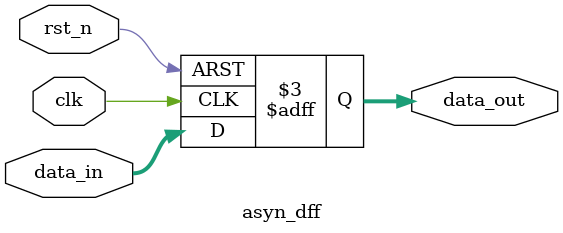
<source format=v>
module asyn_dff # (
    parameter WIDTH = 8 ) 
(
    input wire clk,
    input wire rst_n,
    input [WIDTH-1:0] data_in,
    output reg [WIDTH-1:0] data_out
);
    // DFF with asynchronous rst_n, 
    always @ (posedge clk or negedge rst_n) begin
        if (!rst_n) begin
            data_out <= 0;
        end
        else begin
            data_out <= data_in;
        end
     end
endmodule


</source>
